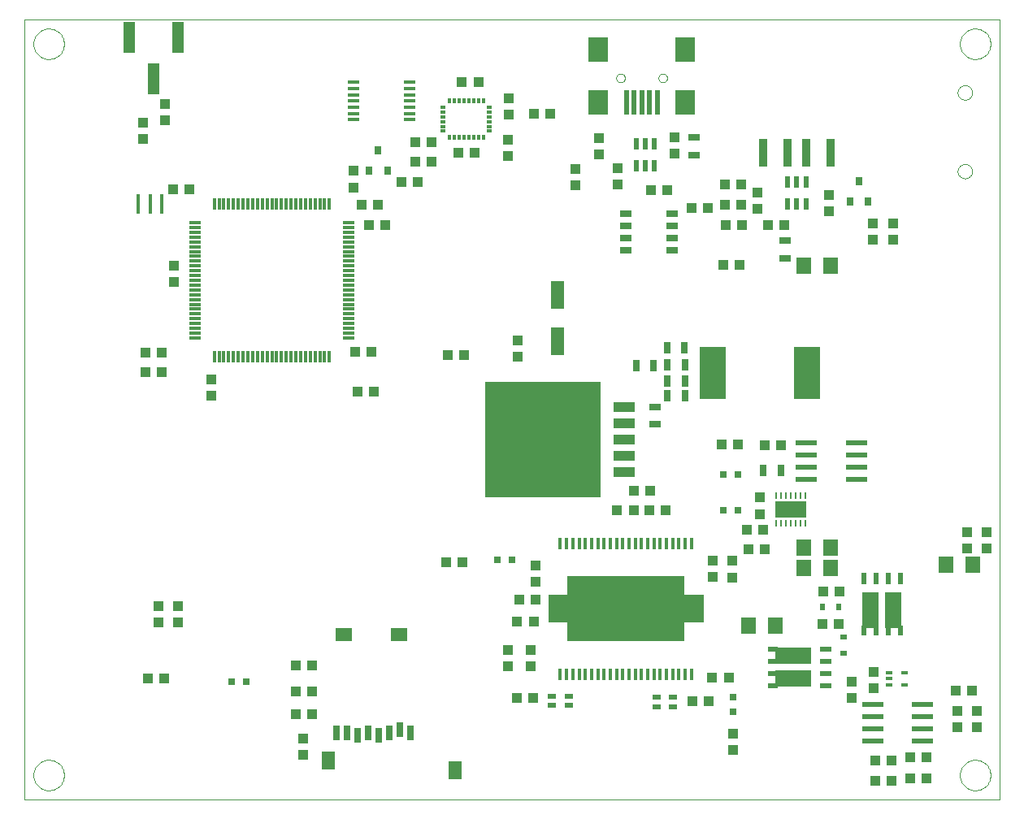
<source format=gtp>
G75*
G70*
%OFA0B0*%
%FSLAX24Y24*%
%IPPOS*%
%LPD*%
%AMOC8*
5,1,8,0,0,1.08239X$1,22.5*
%
%ADD10C,0.0000*%
%ADD11R,0.0472X0.0118*%
%ADD12R,0.0118X0.0472*%
%ADD13R,0.0470X0.1300*%
%ADD14R,0.0118X0.0512*%
%ADD15R,0.4803X0.2697*%
%ADD16R,0.0787X0.1142*%
%ADD17R,0.0433X0.0394*%
%ADD18R,0.0394X0.0433*%
%ADD19R,0.0197X0.0984*%
%ADD20R,0.0787X0.0984*%
%ADD21R,0.0236X0.0472*%
%ADD22R,0.0354X0.1181*%
%ADD23R,0.0472X0.0315*%
%ADD24R,0.0866X0.0236*%
%ADD25R,0.0315X0.0354*%
%ADD26R,0.0315X0.0315*%
%ADD27R,0.0098X0.0276*%
%ADD28R,0.1299X0.0669*%
%ADD29R,0.1102X0.2126*%
%ADD30R,0.0315X0.0472*%
%ADD31R,0.0630X0.0709*%
%ADD32R,0.0295X0.0157*%
%ADD33R,0.0270X0.0130*%
%ADD34R,0.0500X0.0240*%
%ADD35R,0.0400X0.0240*%
%ADD36R,0.1500X0.0650*%
%ADD37R,0.0240X0.0500*%
%ADD38R,0.0240X0.0400*%
%ADD39R,0.0650X0.1500*%
%ADD40R,0.0236X0.0315*%
%ADD41R,0.0315X0.0236*%
%ADD42R,0.0335X0.0197*%
%ADD43R,0.0870X0.0240*%
%ADD44R,0.0709X0.0551*%
%ADD45R,0.0551X0.0748*%
%ADD46R,0.0315X0.0591*%
%ADD47R,0.4724X0.4724*%
%ADD48R,0.0866X0.0394*%
%ADD49R,0.0551X0.1181*%
%ADD50R,0.0157X0.0787*%
%ADD51R,0.0197X0.0118*%
%ADD52R,0.0118X0.0197*%
%ADD53R,0.0500X0.0250*%
%ADD54R,0.0496X0.0142*%
D10*
X000150Y001360D02*
X000150Y033360D01*
X040150Y033360D01*
X040150Y001360D01*
X000150Y001360D01*
X000525Y002360D02*
X000527Y002410D01*
X000533Y002459D01*
X000543Y002508D01*
X000556Y002555D01*
X000574Y002602D01*
X000595Y002647D01*
X000619Y002690D01*
X000647Y002731D01*
X000678Y002770D01*
X000712Y002806D01*
X000749Y002840D01*
X000789Y002870D01*
X000830Y002897D01*
X000874Y002921D01*
X000919Y002941D01*
X000966Y002957D01*
X001014Y002970D01*
X001063Y002979D01*
X001113Y002984D01*
X001162Y002985D01*
X001212Y002982D01*
X001261Y002975D01*
X001310Y002964D01*
X001357Y002950D01*
X001403Y002931D01*
X001448Y002909D01*
X001491Y002884D01*
X001531Y002855D01*
X001569Y002823D01*
X001605Y002789D01*
X001638Y002751D01*
X001667Y002711D01*
X001693Y002669D01*
X001716Y002625D01*
X001735Y002579D01*
X001751Y002532D01*
X001763Y002483D01*
X001771Y002434D01*
X001775Y002385D01*
X001775Y002335D01*
X001771Y002286D01*
X001763Y002237D01*
X001751Y002188D01*
X001735Y002141D01*
X001716Y002095D01*
X001693Y002051D01*
X001667Y002009D01*
X001638Y001969D01*
X001605Y001931D01*
X001569Y001897D01*
X001531Y001865D01*
X001491Y001836D01*
X001448Y001811D01*
X001403Y001789D01*
X001357Y001770D01*
X001310Y001756D01*
X001261Y001745D01*
X001212Y001738D01*
X001162Y001735D01*
X001113Y001736D01*
X001063Y001741D01*
X001014Y001750D01*
X000966Y001763D01*
X000919Y001779D01*
X000874Y001799D01*
X000830Y001823D01*
X000789Y001850D01*
X000749Y001880D01*
X000712Y001914D01*
X000678Y001950D01*
X000647Y001989D01*
X000619Y002030D01*
X000595Y002073D01*
X000574Y002118D01*
X000556Y002165D01*
X000543Y002212D01*
X000533Y002261D01*
X000527Y002310D01*
X000525Y002360D01*
X024427Y030960D02*
X024429Y030986D01*
X024435Y031012D01*
X024445Y031037D01*
X024458Y031060D01*
X024474Y031080D01*
X024494Y031098D01*
X024516Y031113D01*
X024539Y031125D01*
X024565Y031133D01*
X024591Y031137D01*
X024617Y031137D01*
X024643Y031133D01*
X024669Y031125D01*
X024693Y031113D01*
X024714Y031098D01*
X024734Y031080D01*
X024750Y031060D01*
X024763Y031037D01*
X024773Y031012D01*
X024779Y030986D01*
X024781Y030960D01*
X024779Y030934D01*
X024773Y030908D01*
X024763Y030883D01*
X024750Y030860D01*
X024734Y030840D01*
X024714Y030822D01*
X024692Y030807D01*
X024669Y030795D01*
X024643Y030787D01*
X024617Y030783D01*
X024591Y030783D01*
X024565Y030787D01*
X024539Y030795D01*
X024515Y030807D01*
X024494Y030822D01*
X024474Y030840D01*
X024458Y030860D01*
X024445Y030883D01*
X024435Y030908D01*
X024429Y030934D01*
X024427Y030960D01*
X026159Y030960D02*
X026161Y030986D01*
X026167Y031012D01*
X026177Y031037D01*
X026190Y031060D01*
X026206Y031080D01*
X026226Y031098D01*
X026248Y031113D01*
X026271Y031125D01*
X026297Y031133D01*
X026323Y031137D01*
X026349Y031137D01*
X026375Y031133D01*
X026401Y031125D01*
X026425Y031113D01*
X026446Y031098D01*
X026466Y031080D01*
X026482Y031060D01*
X026495Y031037D01*
X026505Y031012D01*
X026511Y030986D01*
X026513Y030960D01*
X026511Y030934D01*
X026505Y030908D01*
X026495Y030883D01*
X026482Y030860D01*
X026466Y030840D01*
X026446Y030822D01*
X026424Y030807D01*
X026401Y030795D01*
X026375Y030787D01*
X026349Y030783D01*
X026323Y030783D01*
X026297Y030787D01*
X026271Y030795D01*
X026247Y030807D01*
X026226Y030822D01*
X026206Y030840D01*
X026190Y030860D01*
X026177Y030883D01*
X026167Y030908D01*
X026161Y030934D01*
X026159Y030960D01*
X038431Y030364D02*
X038433Y030398D01*
X038439Y030432D01*
X038449Y030465D01*
X038462Y030496D01*
X038480Y030526D01*
X038500Y030554D01*
X038524Y030579D01*
X038550Y030601D01*
X038578Y030619D01*
X038609Y030635D01*
X038641Y030647D01*
X038675Y030655D01*
X038709Y030659D01*
X038743Y030659D01*
X038777Y030655D01*
X038811Y030647D01*
X038843Y030635D01*
X038873Y030619D01*
X038902Y030601D01*
X038928Y030579D01*
X038952Y030554D01*
X038972Y030526D01*
X038990Y030496D01*
X039003Y030465D01*
X039013Y030432D01*
X039019Y030398D01*
X039021Y030364D01*
X039019Y030330D01*
X039013Y030296D01*
X039003Y030263D01*
X038990Y030232D01*
X038972Y030202D01*
X038952Y030174D01*
X038928Y030149D01*
X038902Y030127D01*
X038874Y030109D01*
X038843Y030093D01*
X038811Y030081D01*
X038777Y030073D01*
X038743Y030069D01*
X038709Y030069D01*
X038675Y030073D01*
X038641Y030081D01*
X038609Y030093D01*
X038578Y030109D01*
X038550Y030127D01*
X038524Y030149D01*
X038500Y030174D01*
X038480Y030202D01*
X038462Y030232D01*
X038449Y030263D01*
X038439Y030296D01*
X038433Y030330D01*
X038431Y030364D01*
X038525Y032360D02*
X038527Y032410D01*
X038533Y032459D01*
X038543Y032508D01*
X038556Y032555D01*
X038574Y032602D01*
X038595Y032647D01*
X038619Y032690D01*
X038647Y032731D01*
X038678Y032770D01*
X038712Y032806D01*
X038749Y032840D01*
X038789Y032870D01*
X038830Y032897D01*
X038874Y032921D01*
X038919Y032941D01*
X038966Y032957D01*
X039014Y032970D01*
X039063Y032979D01*
X039113Y032984D01*
X039162Y032985D01*
X039212Y032982D01*
X039261Y032975D01*
X039310Y032964D01*
X039357Y032950D01*
X039403Y032931D01*
X039448Y032909D01*
X039491Y032884D01*
X039531Y032855D01*
X039569Y032823D01*
X039605Y032789D01*
X039638Y032751D01*
X039667Y032711D01*
X039693Y032669D01*
X039716Y032625D01*
X039735Y032579D01*
X039751Y032532D01*
X039763Y032483D01*
X039771Y032434D01*
X039775Y032385D01*
X039775Y032335D01*
X039771Y032286D01*
X039763Y032237D01*
X039751Y032188D01*
X039735Y032141D01*
X039716Y032095D01*
X039693Y032051D01*
X039667Y032009D01*
X039638Y031969D01*
X039605Y031931D01*
X039569Y031897D01*
X039531Y031865D01*
X039491Y031836D01*
X039448Y031811D01*
X039403Y031789D01*
X039357Y031770D01*
X039310Y031756D01*
X039261Y031745D01*
X039212Y031738D01*
X039162Y031735D01*
X039113Y031736D01*
X039063Y031741D01*
X039014Y031750D01*
X038966Y031763D01*
X038919Y031779D01*
X038874Y031799D01*
X038830Y031823D01*
X038789Y031850D01*
X038749Y031880D01*
X038712Y031914D01*
X038678Y031950D01*
X038647Y031989D01*
X038619Y032030D01*
X038595Y032073D01*
X038574Y032118D01*
X038556Y032165D01*
X038543Y032212D01*
X038533Y032261D01*
X038527Y032310D01*
X038525Y032360D01*
X038431Y027135D02*
X038433Y027169D01*
X038439Y027203D01*
X038449Y027236D01*
X038462Y027267D01*
X038480Y027297D01*
X038500Y027325D01*
X038524Y027350D01*
X038550Y027372D01*
X038578Y027390D01*
X038609Y027406D01*
X038641Y027418D01*
X038675Y027426D01*
X038709Y027430D01*
X038743Y027430D01*
X038777Y027426D01*
X038811Y027418D01*
X038843Y027406D01*
X038873Y027390D01*
X038902Y027372D01*
X038928Y027350D01*
X038952Y027325D01*
X038972Y027297D01*
X038990Y027267D01*
X039003Y027236D01*
X039013Y027203D01*
X039019Y027169D01*
X039021Y027135D01*
X039019Y027101D01*
X039013Y027067D01*
X039003Y027034D01*
X038990Y027003D01*
X038972Y026973D01*
X038952Y026945D01*
X038928Y026920D01*
X038902Y026898D01*
X038874Y026880D01*
X038843Y026864D01*
X038811Y026852D01*
X038777Y026844D01*
X038743Y026840D01*
X038709Y026840D01*
X038675Y026844D01*
X038641Y026852D01*
X038609Y026864D01*
X038578Y026880D01*
X038550Y026898D01*
X038524Y026920D01*
X038500Y026945D01*
X038480Y026973D01*
X038462Y027003D01*
X038449Y027034D01*
X038439Y027067D01*
X038433Y027101D01*
X038431Y027135D01*
X038525Y002360D02*
X038527Y002410D01*
X038533Y002459D01*
X038543Y002508D01*
X038556Y002555D01*
X038574Y002602D01*
X038595Y002647D01*
X038619Y002690D01*
X038647Y002731D01*
X038678Y002770D01*
X038712Y002806D01*
X038749Y002840D01*
X038789Y002870D01*
X038830Y002897D01*
X038874Y002921D01*
X038919Y002941D01*
X038966Y002957D01*
X039014Y002970D01*
X039063Y002979D01*
X039113Y002984D01*
X039162Y002985D01*
X039212Y002982D01*
X039261Y002975D01*
X039310Y002964D01*
X039357Y002950D01*
X039403Y002931D01*
X039448Y002909D01*
X039491Y002884D01*
X039531Y002855D01*
X039569Y002823D01*
X039605Y002789D01*
X039638Y002751D01*
X039667Y002711D01*
X039693Y002669D01*
X039716Y002625D01*
X039735Y002579D01*
X039751Y002532D01*
X039763Y002483D01*
X039771Y002434D01*
X039775Y002385D01*
X039775Y002335D01*
X039771Y002286D01*
X039763Y002237D01*
X039751Y002188D01*
X039735Y002141D01*
X039716Y002095D01*
X039693Y002051D01*
X039667Y002009D01*
X039638Y001969D01*
X039605Y001931D01*
X039569Y001897D01*
X039531Y001865D01*
X039491Y001836D01*
X039448Y001811D01*
X039403Y001789D01*
X039357Y001770D01*
X039310Y001756D01*
X039261Y001745D01*
X039212Y001738D01*
X039162Y001735D01*
X039113Y001736D01*
X039063Y001741D01*
X039014Y001750D01*
X038966Y001763D01*
X038919Y001779D01*
X038874Y001799D01*
X038830Y001823D01*
X038789Y001850D01*
X038749Y001880D01*
X038712Y001914D01*
X038678Y001950D01*
X038647Y001989D01*
X038619Y002030D01*
X038595Y002073D01*
X038574Y002118D01*
X038556Y002165D01*
X038543Y002212D01*
X038533Y002261D01*
X038527Y002310D01*
X038525Y002360D01*
X000525Y032360D02*
X000527Y032410D01*
X000533Y032459D01*
X000543Y032508D01*
X000556Y032555D01*
X000574Y032602D01*
X000595Y032647D01*
X000619Y032690D01*
X000647Y032731D01*
X000678Y032770D01*
X000712Y032806D01*
X000749Y032840D01*
X000789Y032870D01*
X000830Y032897D01*
X000874Y032921D01*
X000919Y032941D01*
X000966Y032957D01*
X001014Y032970D01*
X001063Y032979D01*
X001113Y032984D01*
X001162Y032985D01*
X001212Y032982D01*
X001261Y032975D01*
X001310Y032964D01*
X001357Y032950D01*
X001403Y032931D01*
X001448Y032909D01*
X001491Y032884D01*
X001531Y032855D01*
X001569Y032823D01*
X001605Y032789D01*
X001638Y032751D01*
X001667Y032711D01*
X001693Y032669D01*
X001716Y032625D01*
X001735Y032579D01*
X001751Y032532D01*
X001763Y032483D01*
X001771Y032434D01*
X001775Y032385D01*
X001775Y032335D01*
X001771Y032286D01*
X001763Y032237D01*
X001751Y032188D01*
X001735Y032141D01*
X001716Y032095D01*
X001693Y032051D01*
X001667Y032009D01*
X001638Y031969D01*
X001605Y031931D01*
X001569Y031897D01*
X001531Y031865D01*
X001491Y031836D01*
X001448Y031811D01*
X001403Y031789D01*
X001357Y031770D01*
X001310Y031756D01*
X001261Y031745D01*
X001212Y031738D01*
X001162Y031735D01*
X001113Y031736D01*
X001063Y031741D01*
X001014Y031750D01*
X000966Y031763D01*
X000919Y031779D01*
X000874Y031799D01*
X000830Y031823D01*
X000789Y031850D01*
X000749Y031880D01*
X000712Y031914D01*
X000678Y031950D01*
X000647Y031989D01*
X000619Y032030D01*
X000595Y032073D01*
X000574Y032118D01*
X000556Y032165D01*
X000543Y032212D01*
X000533Y032261D01*
X000527Y032310D01*
X000525Y032360D01*
D11*
X007150Y025022D03*
X007150Y024825D03*
X007150Y024628D03*
X007150Y024431D03*
X007150Y024234D03*
X007150Y024038D03*
X007150Y023841D03*
X007150Y023644D03*
X007150Y023447D03*
X007150Y023250D03*
X007150Y023053D03*
X007150Y022856D03*
X007150Y022660D03*
X007150Y022463D03*
X007150Y022266D03*
X007150Y022069D03*
X007150Y021872D03*
X007150Y021675D03*
X007150Y021479D03*
X007150Y021282D03*
X007150Y021085D03*
X007150Y020888D03*
X007150Y020691D03*
X007150Y020494D03*
X007150Y020297D03*
X013450Y020297D03*
X013450Y020494D03*
X013450Y020691D03*
X013450Y020888D03*
X013450Y021085D03*
X013450Y021282D03*
X013450Y021479D03*
X013450Y021675D03*
X013450Y021872D03*
X013450Y022069D03*
X013450Y022266D03*
X013450Y022463D03*
X013450Y022660D03*
X013450Y022856D03*
X013450Y023053D03*
X013450Y023250D03*
X013450Y023447D03*
X013450Y023644D03*
X013450Y023841D03*
X013450Y024038D03*
X013450Y024234D03*
X013450Y024431D03*
X013450Y024628D03*
X013450Y024825D03*
X013450Y025022D03*
D12*
X012662Y025809D03*
X012465Y025809D03*
X012269Y025809D03*
X012072Y025809D03*
X011875Y025809D03*
X011678Y025809D03*
X011481Y025809D03*
X011284Y025809D03*
X011087Y025809D03*
X010891Y025809D03*
X010694Y025809D03*
X010497Y025809D03*
X010300Y025809D03*
X010103Y025809D03*
X009906Y025809D03*
X009709Y025809D03*
X009513Y025809D03*
X009316Y025809D03*
X009119Y025809D03*
X008922Y025809D03*
X008725Y025809D03*
X008528Y025809D03*
X008331Y025809D03*
X008135Y025809D03*
X007938Y025809D03*
X007938Y019510D03*
X008135Y019510D03*
X008331Y019510D03*
X008528Y019510D03*
X008725Y019510D03*
X008922Y019510D03*
X009119Y019510D03*
X009316Y019510D03*
X009513Y019510D03*
X009709Y019510D03*
X009906Y019510D03*
X010103Y019510D03*
X010300Y019510D03*
X010497Y019510D03*
X010694Y019510D03*
X010891Y019510D03*
X011087Y019510D03*
X011284Y019510D03*
X011481Y019510D03*
X011678Y019510D03*
X011875Y019510D03*
X012072Y019510D03*
X012269Y019510D03*
X012465Y019510D03*
X012662Y019510D03*
D13*
X005440Y030910D03*
X004440Y032610D03*
X006440Y032610D03*
D14*
X022133Y011857D03*
X022389Y011857D03*
X022645Y011857D03*
X022901Y011857D03*
X023157Y011857D03*
X023413Y011857D03*
X023669Y011857D03*
X023924Y011857D03*
X024180Y011857D03*
X024436Y011857D03*
X024692Y011857D03*
X024948Y011857D03*
X025204Y011857D03*
X025460Y011857D03*
X025716Y011857D03*
X025972Y011857D03*
X026228Y011857D03*
X026484Y011857D03*
X026739Y011857D03*
X026995Y011857D03*
X027251Y011857D03*
X027507Y011857D03*
X027507Y006483D03*
X027251Y006483D03*
X026995Y006483D03*
X026739Y006483D03*
X026484Y006483D03*
X026228Y006483D03*
X025972Y006483D03*
X025716Y006483D03*
X025460Y006483D03*
X025204Y006483D03*
X024948Y006483D03*
X024692Y006483D03*
X024436Y006483D03*
X024180Y006483D03*
X023924Y006483D03*
X023669Y006483D03*
X023413Y006483D03*
X023157Y006483D03*
X022901Y006483D03*
X022645Y006483D03*
X022389Y006483D03*
X022133Y006483D03*
D15*
X024830Y009180D03*
D16*
X022035Y009180D03*
X027625Y009180D03*
D17*
X029851Y011611D03*
X030521Y011611D03*
X030455Y012410D03*
X029785Y012410D03*
X026465Y013220D03*
X025795Y013220D03*
X025135Y013210D03*
X024465Y013210D03*
X025137Y014022D03*
X025807Y014022D03*
X028735Y015910D03*
X029405Y015910D03*
X030525Y015880D03*
X031195Y015880D03*
X032915Y009900D03*
X033585Y009900D03*
X033545Y008570D03*
X032875Y008570D03*
X029035Y006350D03*
X028365Y006350D03*
X028205Y005400D03*
X027535Y005400D03*
X021005Y005510D03*
X020335Y005510D03*
X020365Y008650D03*
X021035Y008650D03*
X021115Y009550D03*
X020445Y009550D03*
X018125Y011090D03*
X017455Y011090D03*
X011955Y006870D03*
X011285Y006870D03*
X011275Y005780D03*
X011945Y005780D03*
X011945Y004860D03*
X011275Y004860D03*
X005895Y006340D03*
X005225Y006340D03*
X013824Y018101D03*
X014494Y018101D03*
X014385Y019728D03*
X013715Y019728D03*
X017525Y019580D03*
X018195Y019580D03*
X014966Y024911D03*
X014296Y024911D03*
X013971Y025753D03*
X014641Y025753D03*
X015615Y026700D03*
X016285Y026700D03*
X016189Y027536D03*
X016859Y027536D03*
X016859Y028334D03*
X016189Y028334D03*
X017961Y027895D03*
X018631Y027895D03*
X021054Y029495D03*
X021724Y029495D03*
X018769Y030785D03*
X018099Y030785D03*
X025835Y026364D03*
X026505Y026364D03*
X027511Y025621D03*
X028181Y025621D03*
X028895Y025760D03*
X029565Y025760D03*
X029575Y024910D03*
X028905Y024910D03*
X028819Y023291D03*
X029489Y023291D03*
X030661Y024933D03*
X031331Y024933D03*
X029555Y026600D03*
X028885Y026600D03*
X006910Y026388D03*
X006240Y026388D03*
X005796Y019690D03*
X005126Y019690D03*
X005126Y018895D03*
X005796Y018895D03*
X035045Y002970D03*
X035715Y002970D03*
X036475Y003100D03*
X037145Y003100D03*
X037145Y002220D03*
X036475Y002220D03*
X035715Y002140D03*
X035045Y002140D03*
X038355Y005840D03*
X039025Y005840D03*
D18*
X039230Y005004D03*
X039230Y004335D03*
X038420Y004325D03*
X038420Y004994D03*
X034980Y005925D03*
X034980Y006594D03*
X034090Y006204D03*
X034090Y005535D03*
X029220Y004064D03*
X029220Y003395D03*
X021110Y010295D03*
X021110Y010964D03*
X020900Y007484D03*
X020900Y006815D03*
X019990Y006815D03*
X019990Y007484D03*
X028370Y010485D03*
X028370Y011154D03*
X029170Y011144D03*
X029170Y010475D03*
X030320Y013075D03*
X030320Y013744D03*
X038820Y012314D03*
X038820Y011645D03*
X039615Y011645D03*
X039615Y012314D03*
X035770Y024315D03*
X035770Y024984D03*
X034960Y025004D03*
X034960Y024335D03*
X033164Y025496D03*
X033164Y026165D03*
X030226Y026266D03*
X030226Y025597D03*
X026820Y027845D03*
X026820Y028514D03*
X024479Y027264D03*
X024479Y026595D03*
X023700Y027825D03*
X023700Y028494D03*
X022753Y027224D03*
X022753Y026555D03*
X019967Y027768D03*
X019967Y028437D03*
X020002Y029473D03*
X020002Y030142D03*
X013660Y027144D03*
X013660Y026475D03*
X006282Y023265D03*
X006282Y022596D03*
X007822Y018609D03*
X007822Y017940D03*
X006460Y009294D03*
X006460Y008625D03*
X005660Y008625D03*
X005660Y009294D03*
X011581Y003852D03*
X011581Y003183D03*
X020382Y019530D03*
X020382Y020199D03*
X005920Y029225D03*
X005920Y029894D03*
X005020Y029124D03*
X005020Y028455D03*
D19*
X024840Y029975D03*
X025155Y029975D03*
X025470Y029975D03*
X025785Y029975D03*
X026100Y029975D03*
D20*
X027242Y029975D03*
X027242Y032141D03*
X023698Y032141D03*
X023698Y029975D03*
D21*
X025246Y028253D03*
X025620Y028253D03*
X025994Y028253D03*
X025994Y027347D03*
X025620Y027347D03*
X025246Y027347D03*
X031459Y026683D03*
X031833Y026683D03*
X032207Y026683D03*
X032207Y025777D03*
X031833Y025777D03*
X031459Y025777D03*
D22*
X031436Y027901D03*
X032224Y027901D03*
X033208Y027901D03*
X030452Y027901D03*
D23*
X027600Y027805D03*
X027600Y028514D03*
X031347Y024280D03*
X031347Y023571D03*
X026020Y017464D03*
X026020Y016755D03*
D24*
X034936Y005250D03*
X034936Y004750D03*
X034936Y004250D03*
X034936Y003750D03*
X036984Y003750D03*
X036984Y004250D03*
X036984Y004750D03*
X036984Y005250D03*
D25*
X034764Y025906D03*
X034016Y025906D03*
X034390Y026733D03*
X015034Y027166D03*
X014286Y027166D03*
X014660Y027993D03*
D26*
X028810Y014705D03*
X029400Y014705D03*
X029403Y013238D03*
X028813Y013238D03*
X020145Y011180D03*
X019555Y011180D03*
X029230Y005545D03*
X029230Y004954D03*
X009235Y006180D03*
X008645Y006180D03*
D27*
X030989Y012699D03*
X031186Y012699D03*
X031383Y012699D03*
X031580Y012699D03*
X031777Y012699D03*
X031974Y012699D03*
X032171Y012699D03*
X032171Y013840D03*
X031974Y013840D03*
X031777Y013840D03*
X031580Y013840D03*
X031383Y013840D03*
X031186Y013840D03*
X030989Y013840D03*
D28*
X031580Y013270D03*
D29*
X032250Y018860D03*
X028392Y018860D03*
D30*
X027234Y019180D03*
X027234Y018530D03*
X027234Y017910D03*
X026526Y017910D03*
X026526Y018530D03*
X026526Y019180D03*
X025954Y019160D03*
X025246Y019160D03*
X026516Y019890D03*
X027224Y019890D03*
X030466Y014850D03*
X031174Y014850D03*
D31*
X032109Y011690D03*
X032109Y010850D03*
X033211Y010850D03*
X033211Y011690D03*
X030951Y008500D03*
X029849Y008500D03*
X037959Y010980D03*
X039061Y010980D03*
X033224Y023258D03*
X032122Y023258D03*
D32*
X036265Y006566D03*
X036265Y006054D03*
D33*
X035615Y006045D03*
X035615Y006310D03*
X035615Y006575D03*
D34*
X033000Y006540D03*
X033000Y007040D03*
X033000Y007540D03*
X033000Y006040D03*
D35*
X030850Y006040D03*
X030850Y006540D03*
X030850Y007040D03*
X030850Y007540D03*
D36*
X031680Y007245D03*
X031680Y006335D03*
D37*
X034570Y010430D03*
X035070Y010430D03*
X035570Y010430D03*
X036070Y010430D03*
D38*
X036070Y008280D03*
X035570Y008280D03*
X035070Y008280D03*
X034570Y008280D03*
D39*
X034865Y009110D03*
X035775Y009110D03*
D40*
X033550Y009270D03*
X032881Y009270D03*
D41*
X033750Y008039D03*
X033750Y007370D03*
D42*
X026764Y005556D03*
X026764Y005163D03*
X026076Y005163D03*
X026076Y005556D03*
X022484Y005606D03*
X022484Y005213D03*
X021796Y005213D03*
X021796Y005606D03*
D43*
X032230Y014480D03*
X032230Y014980D03*
X032230Y015480D03*
X032230Y015980D03*
X034290Y015980D03*
X034290Y015480D03*
X034290Y014980D03*
X034290Y014480D03*
D44*
X015501Y008132D03*
X013257Y008132D03*
D45*
X012627Y002955D03*
X017804Y002561D03*
D46*
X015970Y004077D03*
X015537Y004234D03*
X015104Y004077D03*
X014670Y003998D03*
X014237Y004077D03*
X013804Y003998D03*
X013371Y004077D03*
X012938Y004077D03*
D47*
X021420Y016130D03*
D48*
X024747Y016130D03*
X024747Y016799D03*
X024747Y017468D03*
X024747Y015460D03*
X024747Y014791D03*
D49*
X022021Y020156D03*
X022021Y022045D03*
D50*
X005773Y025781D03*
X005301Y025781D03*
X004829Y025781D03*
D51*
X017333Y028779D03*
X017333Y028976D03*
X017333Y029173D03*
X017333Y029370D03*
X017333Y029567D03*
X017333Y029764D03*
X019223Y029764D03*
X019223Y029567D03*
X019223Y029370D03*
X019223Y029173D03*
X019223Y028976D03*
X019223Y028779D03*
D52*
X018967Y028524D03*
X018770Y028524D03*
X018573Y028524D03*
X018376Y028524D03*
X018180Y028524D03*
X017983Y028524D03*
X017786Y028524D03*
X017589Y028524D03*
X017589Y030020D03*
X017786Y030020D03*
X017983Y030020D03*
X018180Y030020D03*
X018376Y030020D03*
X018573Y030020D03*
X018770Y030020D03*
X018967Y030020D03*
D53*
X024825Y025399D03*
X024825Y024899D03*
X024825Y024399D03*
X024825Y023899D03*
X026725Y023899D03*
X026725Y024399D03*
X026725Y024899D03*
X026725Y025399D03*
D54*
X015947Y029246D03*
X015947Y029502D03*
X015947Y029758D03*
X015947Y030014D03*
X015947Y030270D03*
X015947Y030525D03*
X015947Y030781D03*
X013663Y030781D03*
X013663Y030525D03*
X013663Y030270D03*
X013663Y030014D03*
X013663Y029758D03*
X013663Y029502D03*
X013663Y029246D03*
M02*

</source>
